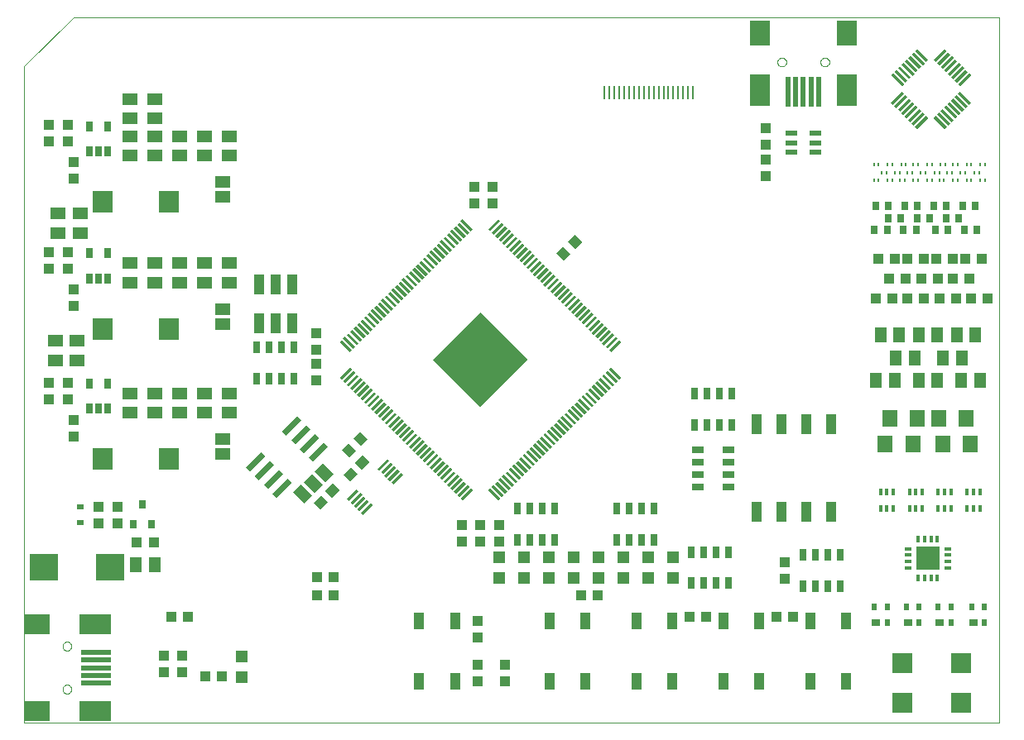
<source format=gtp>
G75*
%MOIN*%
%OFA0B0*%
%FSLAX25Y25*%
%IPPOS*%
%LPD*%
%AMOC8*
5,1,8,0,0,1.08239X$1,22.5*
%
%ADD10C,0.00000*%
%ADD11R,0.03937X0.04331*%
%ADD12R,0.06299X0.05118*%
%ADD13R,0.04331X0.03937*%
%ADD14R,0.05118X0.06299*%
%ADD15R,0.11614X0.10630*%
%ADD16R,0.03150X0.02362*%
%ADD17R,0.04921X0.01969*%
%ADD18R,0.05807X0.01181*%
%ADD19R,0.26969X0.26969*%
%ADD20R,0.07874X0.08661*%
%ADD21R,0.04724X0.04724*%
%ADD22R,0.03150X0.03543*%
%ADD23R,0.03150X0.05118*%
%ADD24R,0.04331X0.07087*%
%ADD25R,0.04300X0.07900*%
%ADD26R,0.04600X0.06300*%
%ADD27R,0.06300X0.04600*%
%ADD28R,0.02756X0.03937*%
%ADD29R,0.02362X0.08661*%
%ADD30R,0.05512X0.01181*%
%ADD31R,0.07874X0.09843*%
%ADD32R,0.07874X0.12992*%
%ADD33R,0.01969X0.12205*%
%ADD34R,0.00700X0.05200*%
%ADD35R,0.05118X0.03150*%
%ADD36R,0.04331X0.07874*%
%ADD37R,0.09843X0.07874*%
%ADD38R,0.12992X0.07874*%
%ADD39R,0.12205X0.01969*%
%ADD40R,0.01181X0.06299*%
%ADD41R,0.06299X0.01181*%
%ADD42R,0.00984X0.01378*%
%ADD43R,0.02756X0.03543*%
%ADD44R,0.05118X0.05906*%
%ADD45R,0.06299X0.07087*%
%ADD46R,0.01378X0.03150*%
%ADD47R,0.09252X0.09252*%
%ADD48R,0.02953X0.01181*%
%ADD49R,0.01181X0.02953*%
%ADD50R,0.03543X0.03150*%
%ADD51R,0.02362X0.03150*%
%ADD52R,0.07874X0.07874*%
D10*
X0007350Y0002825D02*
X0007350Y0267340D01*
X0027035Y0287025D01*
X0399962Y0287025D01*
X0399962Y0002825D01*
X0007350Y0002825D01*
X0022728Y0016214D02*
X0022730Y0016298D01*
X0022736Y0016381D01*
X0022746Y0016464D01*
X0022760Y0016547D01*
X0022777Y0016629D01*
X0022799Y0016710D01*
X0022824Y0016789D01*
X0022853Y0016868D01*
X0022886Y0016945D01*
X0022922Y0017020D01*
X0022962Y0017094D01*
X0023005Y0017166D01*
X0023052Y0017235D01*
X0023102Y0017302D01*
X0023155Y0017367D01*
X0023211Y0017429D01*
X0023269Y0017489D01*
X0023331Y0017546D01*
X0023395Y0017599D01*
X0023462Y0017650D01*
X0023531Y0017697D01*
X0023602Y0017742D01*
X0023675Y0017782D01*
X0023750Y0017819D01*
X0023827Y0017853D01*
X0023905Y0017883D01*
X0023984Y0017909D01*
X0024065Y0017932D01*
X0024147Y0017950D01*
X0024229Y0017965D01*
X0024312Y0017976D01*
X0024395Y0017983D01*
X0024479Y0017986D01*
X0024563Y0017985D01*
X0024646Y0017980D01*
X0024730Y0017971D01*
X0024812Y0017958D01*
X0024894Y0017942D01*
X0024975Y0017921D01*
X0025056Y0017897D01*
X0025134Y0017869D01*
X0025212Y0017837D01*
X0025288Y0017801D01*
X0025362Y0017762D01*
X0025434Y0017720D01*
X0025504Y0017674D01*
X0025572Y0017625D01*
X0025637Y0017573D01*
X0025700Y0017518D01*
X0025760Y0017460D01*
X0025818Y0017399D01*
X0025872Y0017335D01*
X0025924Y0017269D01*
X0025972Y0017201D01*
X0026017Y0017130D01*
X0026058Y0017057D01*
X0026097Y0016983D01*
X0026131Y0016907D01*
X0026162Y0016829D01*
X0026189Y0016750D01*
X0026213Y0016669D01*
X0026232Y0016588D01*
X0026248Y0016506D01*
X0026260Y0016423D01*
X0026268Y0016339D01*
X0026272Y0016256D01*
X0026272Y0016172D01*
X0026268Y0016089D01*
X0026260Y0016005D01*
X0026248Y0015922D01*
X0026232Y0015840D01*
X0026213Y0015759D01*
X0026189Y0015678D01*
X0026162Y0015599D01*
X0026131Y0015521D01*
X0026097Y0015445D01*
X0026058Y0015371D01*
X0026017Y0015298D01*
X0025972Y0015227D01*
X0025924Y0015159D01*
X0025872Y0015093D01*
X0025818Y0015029D01*
X0025760Y0014968D01*
X0025700Y0014910D01*
X0025637Y0014855D01*
X0025572Y0014803D01*
X0025504Y0014754D01*
X0025434Y0014708D01*
X0025362Y0014666D01*
X0025288Y0014627D01*
X0025212Y0014591D01*
X0025134Y0014559D01*
X0025056Y0014531D01*
X0024975Y0014507D01*
X0024894Y0014486D01*
X0024812Y0014470D01*
X0024730Y0014457D01*
X0024646Y0014448D01*
X0024563Y0014443D01*
X0024479Y0014442D01*
X0024395Y0014445D01*
X0024312Y0014452D01*
X0024229Y0014463D01*
X0024147Y0014478D01*
X0024065Y0014496D01*
X0023984Y0014519D01*
X0023905Y0014545D01*
X0023827Y0014575D01*
X0023750Y0014609D01*
X0023675Y0014646D01*
X0023602Y0014686D01*
X0023531Y0014731D01*
X0023462Y0014778D01*
X0023395Y0014829D01*
X0023331Y0014882D01*
X0023269Y0014939D01*
X0023211Y0014999D01*
X0023155Y0015061D01*
X0023102Y0015126D01*
X0023052Y0015193D01*
X0023005Y0015262D01*
X0022962Y0015334D01*
X0022922Y0015408D01*
X0022886Y0015483D01*
X0022853Y0015560D01*
X0022824Y0015639D01*
X0022799Y0015718D01*
X0022777Y0015799D01*
X0022760Y0015881D01*
X0022746Y0015964D01*
X0022736Y0016047D01*
X0022730Y0016130D01*
X0022728Y0016214D01*
X0022728Y0033536D02*
X0022730Y0033620D01*
X0022736Y0033703D01*
X0022746Y0033786D01*
X0022760Y0033869D01*
X0022777Y0033951D01*
X0022799Y0034032D01*
X0022824Y0034111D01*
X0022853Y0034190D01*
X0022886Y0034267D01*
X0022922Y0034342D01*
X0022962Y0034416D01*
X0023005Y0034488D01*
X0023052Y0034557D01*
X0023102Y0034624D01*
X0023155Y0034689D01*
X0023211Y0034751D01*
X0023269Y0034811D01*
X0023331Y0034868D01*
X0023395Y0034921D01*
X0023462Y0034972D01*
X0023531Y0035019D01*
X0023602Y0035064D01*
X0023675Y0035104D01*
X0023750Y0035141D01*
X0023827Y0035175D01*
X0023905Y0035205D01*
X0023984Y0035231D01*
X0024065Y0035254D01*
X0024147Y0035272D01*
X0024229Y0035287D01*
X0024312Y0035298D01*
X0024395Y0035305D01*
X0024479Y0035308D01*
X0024563Y0035307D01*
X0024646Y0035302D01*
X0024730Y0035293D01*
X0024812Y0035280D01*
X0024894Y0035264D01*
X0024975Y0035243D01*
X0025056Y0035219D01*
X0025134Y0035191D01*
X0025212Y0035159D01*
X0025288Y0035123D01*
X0025362Y0035084D01*
X0025434Y0035042D01*
X0025504Y0034996D01*
X0025572Y0034947D01*
X0025637Y0034895D01*
X0025700Y0034840D01*
X0025760Y0034782D01*
X0025818Y0034721D01*
X0025872Y0034657D01*
X0025924Y0034591D01*
X0025972Y0034523D01*
X0026017Y0034452D01*
X0026058Y0034379D01*
X0026097Y0034305D01*
X0026131Y0034229D01*
X0026162Y0034151D01*
X0026189Y0034072D01*
X0026213Y0033991D01*
X0026232Y0033910D01*
X0026248Y0033828D01*
X0026260Y0033745D01*
X0026268Y0033661D01*
X0026272Y0033578D01*
X0026272Y0033494D01*
X0026268Y0033411D01*
X0026260Y0033327D01*
X0026248Y0033244D01*
X0026232Y0033162D01*
X0026213Y0033081D01*
X0026189Y0033000D01*
X0026162Y0032921D01*
X0026131Y0032843D01*
X0026097Y0032767D01*
X0026058Y0032693D01*
X0026017Y0032620D01*
X0025972Y0032549D01*
X0025924Y0032481D01*
X0025872Y0032415D01*
X0025818Y0032351D01*
X0025760Y0032290D01*
X0025700Y0032232D01*
X0025637Y0032177D01*
X0025572Y0032125D01*
X0025504Y0032076D01*
X0025434Y0032030D01*
X0025362Y0031988D01*
X0025288Y0031949D01*
X0025212Y0031913D01*
X0025134Y0031881D01*
X0025056Y0031853D01*
X0024975Y0031829D01*
X0024894Y0031808D01*
X0024812Y0031792D01*
X0024730Y0031779D01*
X0024646Y0031770D01*
X0024563Y0031765D01*
X0024479Y0031764D01*
X0024395Y0031767D01*
X0024312Y0031774D01*
X0024229Y0031785D01*
X0024147Y0031800D01*
X0024065Y0031818D01*
X0023984Y0031841D01*
X0023905Y0031867D01*
X0023827Y0031897D01*
X0023750Y0031931D01*
X0023675Y0031968D01*
X0023602Y0032008D01*
X0023531Y0032053D01*
X0023462Y0032100D01*
X0023395Y0032151D01*
X0023331Y0032204D01*
X0023269Y0032261D01*
X0023211Y0032321D01*
X0023155Y0032383D01*
X0023102Y0032448D01*
X0023052Y0032515D01*
X0023005Y0032584D01*
X0022962Y0032656D01*
X0022922Y0032730D01*
X0022886Y0032805D01*
X0022853Y0032882D01*
X0022824Y0032961D01*
X0022799Y0033040D01*
X0022777Y0033121D01*
X0022760Y0033203D01*
X0022746Y0033286D01*
X0022736Y0033369D01*
X0022730Y0033452D01*
X0022728Y0033536D01*
X0310592Y0269025D02*
X0310594Y0269109D01*
X0310600Y0269192D01*
X0310610Y0269275D01*
X0310624Y0269358D01*
X0310641Y0269440D01*
X0310663Y0269521D01*
X0310688Y0269600D01*
X0310717Y0269679D01*
X0310750Y0269756D01*
X0310786Y0269831D01*
X0310826Y0269905D01*
X0310869Y0269977D01*
X0310916Y0270046D01*
X0310966Y0270113D01*
X0311019Y0270178D01*
X0311075Y0270240D01*
X0311133Y0270300D01*
X0311195Y0270357D01*
X0311259Y0270410D01*
X0311326Y0270461D01*
X0311395Y0270508D01*
X0311466Y0270553D01*
X0311539Y0270593D01*
X0311614Y0270630D01*
X0311691Y0270664D01*
X0311769Y0270694D01*
X0311848Y0270720D01*
X0311929Y0270743D01*
X0312011Y0270761D01*
X0312093Y0270776D01*
X0312176Y0270787D01*
X0312259Y0270794D01*
X0312343Y0270797D01*
X0312427Y0270796D01*
X0312510Y0270791D01*
X0312594Y0270782D01*
X0312676Y0270769D01*
X0312758Y0270753D01*
X0312839Y0270732D01*
X0312920Y0270708D01*
X0312998Y0270680D01*
X0313076Y0270648D01*
X0313152Y0270612D01*
X0313226Y0270573D01*
X0313298Y0270531D01*
X0313368Y0270485D01*
X0313436Y0270436D01*
X0313501Y0270384D01*
X0313564Y0270329D01*
X0313624Y0270271D01*
X0313682Y0270210D01*
X0313736Y0270146D01*
X0313788Y0270080D01*
X0313836Y0270012D01*
X0313881Y0269941D01*
X0313922Y0269868D01*
X0313961Y0269794D01*
X0313995Y0269718D01*
X0314026Y0269640D01*
X0314053Y0269561D01*
X0314077Y0269480D01*
X0314096Y0269399D01*
X0314112Y0269317D01*
X0314124Y0269234D01*
X0314132Y0269150D01*
X0314136Y0269067D01*
X0314136Y0268983D01*
X0314132Y0268900D01*
X0314124Y0268816D01*
X0314112Y0268733D01*
X0314096Y0268651D01*
X0314077Y0268570D01*
X0314053Y0268489D01*
X0314026Y0268410D01*
X0313995Y0268332D01*
X0313961Y0268256D01*
X0313922Y0268182D01*
X0313881Y0268109D01*
X0313836Y0268038D01*
X0313788Y0267970D01*
X0313736Y0267904D01*
X0313682Y0267840D01*
X0313624Y0267779D01*
X0313564Y0267721D01*
X0313501Y0267666D01*
X0313436Y0267614D01*
X0313368Y0267565D01*
X0313298Y0267519D01*
X0313226Y0267477D01*
X0313152Y0267438D01*
X0313076Y0267402D01*
X0312998Y0267370D01*
X0312920Y0267342D01*
X0312839Y0267318D01*
X0312758Y0267297D01*
X0312676Y0267281D01*
X0312594Y0267268D01*
X0312510Y0267259D01*
X0312427Y0267254D01*
X0312343Y0267253D01*
X0312259Y0267256D01*
X0312176Y0267263D01*
X0312093Y0267274D01*
X0312011Y0267289D01*
X0311929Y0267307D01*
X0311848Y0267330D01*
X0311769Y0267356D01*
X0311691Y0267386D01*
X0311614Y0267420D01*
X0311539Y0267457D01*
X0311466Y0267497D01*
X0311395Y0267542D01*
X0311326Y0267589D01*
X0311259Y0267640D01*
X0311195Y0267693D01*
X0311133Y0267750D01*
X0311075Y0267810D01*
X0311019Y0267872D01*
X0310966Y0267937D01*
X0310916Y0268004D01*
X0310869Y0268073D01*
X0310826Y0268145D01*
X0310786Y0268219D01*
X0310750Y0268294D01*
X0310717Y0268371D01*
X0310688Y0268450D01*
X0310663Y0268529D01*
X0310641Y0268610D01*
X0310624Y0268692D01*
X0310610Y0268775D01*
X0310600Y0268858D01*
X0310594Y0268941D01*
X0310592Y0269025D01*
X0327914Y0269025D02*
X0327916Y0269109D01*
X0327922Y0269192D01*
X0327932Y0269275D01*
X0327946Y0269358D01*
X0327963Y0269440D01*
X0327985Y0269521D01*
X0328010Y0269600D01*
X0328039Y0269679D01*
X0328072Y0269756D01*
X0328108Y0269831D01*
X0328148Y0269905D01*
X0328191Y0269977D01*
X0328238Y0270046D01*
X0328288Y0270113D01*
X0328341Y0270178D01*
X0328397Y0270240D01*
X0328455Y0270300D01*
X0328517Y0270357D01*
X0328581Y0270410D01*
X0328648Y0270461D01*
X0328717Y0270508D01*
X0328788Y0270553D01*
X0328861Y0270593D01*
X0328936Y0270630D01*
X0329013Y0270664D01*
X0329091Y0270694D01*
X0329170Y0270720D01*
X0329251Y0270743D01*
X0329333Y0270761D01*
X0329415Y0270776D01*
X0329498Y0270787D01*
X0329581Y0270794D01*
X0329665Y0270797D01*
X0329749Y0270796D01*
X0329832Y0270791D01*
X0329916Y0270782D01*
X0329998Y0270769D01*
X0330080Y0270753D01*
X0330161Y0270732D01*
X0330242Y0270708D01*
X0330320Y0270680D01*
X0330398Y0270648D01*
X0330474Y0270612D01*
X0330548Y0270573D01*
X0330620Y0270531D01*
X0330690Y0270485D01*
X0330758Y0270436D01*
X0330823Y0270384D01*
X0330886Y0270329D01*
X0330946Y0270271D01*
X0331004Y0270210D01*
X0331058Y0270146D01*
X0331110Y0270080D01*
X0331158Y0270012D01*
X0331203Y0269941D01*
X0331244Y0269868D01*
X0331283Y0269794D01*
X0331317Y0269718D01*
X0331348Y0269640D01*
X0331375Y0269561D01*
X0331399Y0269480D01*
X0331418Y0269399D01*
X0331434Y0269317D01*
X0331446Y0269234D01*
X0331454Y0269150D01*
X0331458Y0269067D01*
X0331458Y0268983D01*
X0331454Y0268900D01*
X0331446Y0268816D01*
X0331434Y0268733D01*
X0331418Y0268651D01*
X0331399Y0268570D01*
X0331375Y0268489D01*
X0331348Y0268410D01*
X0331317Y0268332D01*
X0331283Y0268256D01*
X0331244Y0268182D01*
X0331203Y0268109D01*
X0331158Y0268038D01*
X0331110Y0267970D01*
X0331058Y0267904D01*
X0331004Y0267840D01*
X0330946Y0267779D01*
X0330886Y0267721D01*
X0330823Y0267666D01*
X0330758Y0267614D01*
X0330690Y0267565D01*
X0330620Y0267519D01*
X0330548Y0267477D01*
X0330474Y0267438D01*
X0330398Y0267402D01*
X0330320Y0267370D01*
X0330242Y0267342D01*
X0330161Y0267318D01*
X0330080Y0267297D01*
X0329998Y0267281D01*
X0329916Y0267268D01*
X0329832Y0267259D01*
X0329749Y0267254D01*
X0329665Y0267253D01*
X0329581Y0267256D01*
X0329498Y0267263D01*
X0329415Y0267274D01*
X0329333Y0267289D01*
X0329251Y0267307D01*
X0329170Y0267330D01*
X0329091Y0267356D01*
X0329013Y0267386D01*
X0328936Y0267420D01*
X0328861Y0267457D01*
X0328788Y0267497D01*
X0328717Y0267542D01*
X0328648Y0267589D01*
X0328581Y0267640D01*
X0328517Y0267693D01*
X0328455Y0267750D01*
X0328397Y0267810D01*
X0328341Y0267872D01*
X0328288Y0267937D01*
X0328238Y0268004D01*
X0328191Y0268073D01*
X0328148Y0268145D01*
X0328108Y0268219D01*
X0328072Y0268294D01*
X0328039Y0268371D01*
X0328010Y0268450D01*
X0327985Y0268529D01*
X0327963Y0268610D01*
X0327946Y0268692D01*
X0327932Y0268775D01*
X0327922Y0268858D01*
X0327916Y0268941D01*
X0327914Y0269025D01*
D11*
G36*
X0232072Y0196404D02*
X0229289Y0193621D01*
X0226228Y0196682D01*
X0229011Y0199465D01*
X0232072Y0196404D01*
G37*
G36*
X0227339Y0191671D02*
X0224556Y0188888D01*
X0221495Y0191949D01*
X0224278Y0194732D01*
X0227339Y0191671D01*
G37*
X0196025Y0211929D03*
X0188525Y0211929D03*
X0188525Y0218621D03*
X0196025Y0218621D03*
X0124775Y0159871D03*
X0124775Y0153179D03*
X0124775Y0147371D03*
X0124775Y0140679D03*
G36*
X0145633Y0117073D02*
X0142850Y0114290D01*
X0139789Y0117351D01*
X0142572Y0120134D01*
X0145633Y0117073D01*
G37*
G36*
X0140900Y0112341D02*
X0138117Y0109558D01*
X0135056Y0112619D01*
X0137839Y0115402D01*
X0140900Y0112341D01*
G37*
X0183525Y0082371D03*
X0191025Y0082371D03*
X0198525Y0082371D03*
X0198525Y0075679D03*
X0191025Y0075679D03*
X0183525Y0075679D03*
X0131871Y0061525D03*
X0125179Y0061525D03*
X0125179Y0054025D03*
X0131871Y0054025D03*
X0086871Y0021525D03*
X0080179Y0021525D03*
X0071025Y0023179D03*
X0063525Y0023179D03*
X0063525Y0029871D03*
X0071025Y0029871D03*
X0073121Y0045275D03*
X0066429Y0045275D03*
X0044775Y0083179D03*
X0044775Y0089871D03*
X0037275Y0089871D03*
X0037275Y0083179D03*
X0024775Y0133179D03*
X0024775Y0139871D03*
X0024775Y0185679D03*
X0024775Y0192371D03*
X0024775Y0236929D03*
X0024775Y0243621D03*
X0313525Y0067371D03*
X0313525Y0060679D03*
X0189775Y0026121D03*
X0189775Y0019429D03*
D12*
X0089775Y0127588D03*
X0089775Y0135462D03*
X0079775Y0135462D03*
X0069775Y0135462D03*
X0069775Y0127588D03*
X0079775Y0127588D03*
X0059775Y0127588D03*
X0049775Y0127588D03*
X0049775Y0135462D03*
X0059775Y0135462D03*
X0028525Y0148838D03*
X0028525Y0156712D03*
X0019775Y0156712D03*
X0019775Y0148838D03*
X0049775Y0180088D03*
X0049775Y0187962D03*
X0059775Y0187962D03*
X0059775Y0180088D03*
X0069775Y0180088D03*
X0069775Y0187962D03*
X0079775Y0187962D03*
X0079775Y0180088D03*
X0089775Y0180088D03*
X0089775Y0187962D03*
X0089775Y0231338D03*
X0089775Y0239212D03*
X0079775Y0239212D03*
X0069775Y0239212D03*
X0069775Y0231338D03*
X0079775Y0231338D03*
X0059775Y0231338D03*
X0049775Y0231338D03*
X0049775Y0239212D03*
X0049775Y0246338D03*
X0059775Y0246338D03*
X0059775Y0239212D03*
X0059775Y0254212D03*
X0049775Y0254212D03*
X0029775Y0207962D03*
X0029775Y0200088D03*
X0021025Y0200088D03*
X0021025Y0207962D03*
D13*
X0027275Y0221929D03*
X0027275Y0228621D03*
X0017275Y0236929D03*
X0017275Y0243621D03*
X0017275Y0192371D03*
X0017275Y0185679D03*
X0027275Y0177371D03*
X0027275Y0170679D03*
X0017275Y0139871D03*
X0017275Y0133179D03*
X0027275Y0124871D03*
X0027275Y0118179D03*
X0052679Y0075275D03*
X0059371Y0075275D03*
G36*
X0129598Y0091709D02*
X0126537Y0088648D01*
X0123754Y0091431D01*
X0126815Y0094492D01*
X0129598Y0091709D01*
G37*
G36*
X0134331Y0096441D02*
X0131270Y0093380D01*
X0128487Y0096163D01*
X0131548Y0099224D01*
X0134331Y0096441D01*
G37*
G36*
X0135737Y0102770D02*
X0138798Y0105831D01*
X0141581Y0103048D01*
X0138520Y0099987D01*
X0135737Y0102770D01*
G37*
G36*
X0140469Y0107502D02*
X0143530Y0110563D01*
X0146313Y0107780D01*
X0143252Y0104719D01*
X0140469Y0107502D01*
G37*
X0189775Y0043621D03*
X0189775Y0036929D03*
X0201025Y0026121D03*
X0201025Y0019429D03*
X0231429Y0054025D03*
X0238121Y0054025D03*
X0275179Y0045275D03*
X0281871Y0045275D03*
X0310179Y0045275D03*
X0316871Y0045275D03*
X0350066Y0173712D03*
X0356759Y0173712D03*
X0362929Y0173712D03*
X0369621Y0173712D03*
X0375791Y0173712D03*
X0382484Y0173712D03*
X0388654Y0173712D03*
X0395346Y0173712D03*
X0387996Y0181675D03*
X0381304Y0181675D03*
X0375134Y0181675D03*
X0368441Y0181675D03*
X0362271Y0181675D03*
X0355579Y0181675D03*
X0357984Y0189637D03*
X0362929Y0189637D03*
X0369621Y0189637D03*
X0374566Y0189637D03*
X0381259Y0189637D03*
X0386204Y0189637D03*
X0392896Y0189637D03*
X0351291Y0189637D03*
X0306025Y0223179D03*
X0306025Y0229871D03*
X0306025Y0235679D03*
X0306025Y0242371D03*
D14*
X0059962Y0066525D03*
X0052088Y0066525D03*
D15*
X0041812Y0065275D03*
X0015238Y0065275D03*
D16*
X0029775Y0083375D03*
X0029775Y0089675D03*
D17*
X0316104Y0232785D03*
X0316104Y0236525D03*
X0316104Y0240265D03*
X0325946Y0240265D03*
X0325946Y0236525D03*
X0325946Y0232785D03*
D18*
G36*
X0236611Y0167330D02*
X0232507Y0163226D01*
X0231673Y0164060D01*
X0235777Y0168164D01*
X0236611Y0167330D01*
G37*
G36*
X0238003Y0165938D02*
X0233899Y0161834D01*
X0233065Y0162668D01*
X0237169Y0166772D01*
X0238003Y0165938D01*
G37*
G36*
X0239395Y0164546D02*
X0235291Y0160442D01*
X0234457Y0161276D01*
X0238561Y0165380D01*
X0239395Y0164546D01*
G37*
G36*
X0235219Y0168722D02*
X0231115Y0164618D01*
X0230281Y0165452D01*
X0234385Y0169556D01*
X0235219Y0168722D01*
G37*
G36*
X0233827Y0170114D02*
X0229723Y0166010D01*
X0228889Y0166844D01*
X0232993Y0170948D01*
X0233827Y0170114D01*
G37*
G36*
X0232435Y0171506D02*
X0228331Y0167402D01*
X0227497Y0168236D01*
X0231601Y0172340D01*
X0232435Y0171506D01*
G37*
G36*
X0231043Y0172898D02*
X0226939Y0168794D01*
X0226105Y0169628D01*
X0230209Y0173732D01*
X0231043Y0172898D01*
G37*
G36*
X0229651Y0174290D02*
X0225547Y0170186D01*
X0224713Y0171020D01*
X0228817Y0175124D01*
X0229651Y0174290D01*
G37*
G36*
X0228259Y0175682D02*
X0224155Y0171578D01*
X0223321Y0172412D01*
X0227425Y0176516D01*
X0228259Y0175682D01*
G37*
G36*
X0226867Y0177073D02*
X0222763Y0172969D01*
X0221929Y0173803D01*
X0226033Y0177907D01*
X0226867Y0177073D01*
G37*
G36*
X0225475Y0178465D02*
X0221371Y0174361D01*
X0220537Y0175195D01*
X0224641Y0179299D01*
X0225475Y0178465D01*
G37*
G36*
X0224083Y0179857D02*
X0219979Y0175753D01*
X0219145Y0176587D01*
X0223249Y0180691D01*
X0224083Y0179857D01*
G37*
G36*
X0222691Y0181249D02*
X0218587Y0177145D01*
X0217753Y0177979D01*
X0221857Y0182083D01*
X0222691Y0181249D01*
G37*
G36*
X0221299Y0182641D02*
X0217195Y0178537D01*
X0216361Y0179371D01*
X0220465Y0183475D01*
X0221299Y0182641D01*
G37*
G36*
X0219907Y0184033D02*
X0215803Y0179929D01*
X0214969Y0180763D01*
X0219073Y0184867D01*
X0219907Y0184033D01*
G37*
G36*
X0218516Y0185425D02*
X0214412Y0181321D01*
X0213578Y0182155D01*
X0217682Y0186259D01*
X0218516Y0185425D01*
G37*
G36*
X0217124Y0186817D02*
X0213020Y0182713D01*
X0212186Y0183547D01*
X0216290Y0187651D01*
X0217124Y0186817D01*
G37*
G36*
X0215732Y0188209D02*
X0211628Y0184105D01*
X0210794Y0184939D01*
X0214898Y0189043D01*
X0215732Y0188209D01*
G37*
G36*
X0214340Y0189601D02*
X0210236Y0185497D01*
X0209402Y0186331D01*
X0213506Y0190435D01*
X0214340Y0189601D01*
G37*
G36*
X0212948Y0190993D02*
X0208844Y0186889D01*
X0208010Y0187723D01*
X0212114Y0191827D01*
X0212948Y0190993D01*
G37*
G36*
X0211556Y0192385D02*
X0207452Y0188281D01*
X0206618Y0189115D01*
X0210722Y0193219D01*
X0211556Y0192385D01*
G37*
G36*
X0210164Y0193777D02*
X0206060Y0189673D01*
X0205226Y0190507D01*
X0209330Y0194611D01*
X0210164Y0193777D01*
G37*
G36*
X0208772Y0195169D02*
X0204668Y0191065D01*
X0203834Y0191899D01*
X0207938Y0196003D01*
X0208772Y0195169D01*
G37*
G36*
X0207380Y0196561D02*
X0203276Y0192457D01*
X0202442Y0193291D01*
X0206546Y0197395D01*
X0207380Y0196561D01*
G37*
G36*
X0205988Y0197953D02*
X0201884Y0193849D01*
X0201050Y0194683D01*
X0205154Y0198787D01*
X0205988Y0197953D01*
G37*
G36*
X0204596Y0199345D02*
X0200492Y0195241D01*
X0199658Y0196075D01*
X0203762Y0200179D01*
X0204596Y0199345D01*
G37*
G36*
X0203204Y0200737D02*
X0199100Y0196633D01*
X0198266Y0197467D01*
X0202370Y0201571D01*
X0203204Y0200737D01*
G37*
G36*
X0201812Y0202128D02*
X0197708Y0198024D01*
X0196874Y0198858D01*
X0200978Y0202962D01*
X0201812Y0202128D01*
G37*
G36*
X0200420Y0203520D02*
X0196316Y0199416D01*
X0195482Y0200250D01*
X0199586Y0204354D01*
X0200420Y0203520D01*
G37*
G36*
X0199028Y0204912D02*
X0194924Y0200808D01*
X0194090Y0201642D01*
X0198194Y0205746D01*
X0199028Y0204912D01*
G37*
G36*
X0183856Y0205746D02*
X0187960Y0201642D01*
X0187126Y0200808D01*
X0183022Y0204912D01*
X0183856Y0205746D01*
G37*
G36*
X0182464Y0204354D02*
X0186568Y0200250D01*
X0185734Y0199416D01*
X0181630Y0203520D01*
X0182464Y0204354D01*
G37*
G36*
X0181072Y0202962D02*
X0185176Y0198858D01*
X0184342Y0198024D01*
X0180238Y0202128D01*
X0181072Y0202962D01*
G37*
G36*
X0179680Y0201571D02*
X0183784Y0197467D01*
X0182950Y0196633D01*
X0178846Y0200737D01*
X0179680Y0201571D01*
G37*
G36*
X0178288Y0200179D02*
X0182392Y0196075D01*
X0181558Y0195241D01*
X0177454Y0199345D01*
X0178288Y0200179D01*
G37*
G36*
X0176896Y0198787D02*
X0181000Y0194683D01*
X0180166Y0193849D01*
X0176062Y0197953D01*
X0176896Y0198787D01*
G37*
G36*
X0175504Y0197395D02*
X0179608Y0193291D01*
X0178774Y0192457D01*
X0174670Y0196561D01*
X0175504Y0197395D01*
G37*
G36*
X0174112Y0196003D02*
X0178216Y0191899D01*
X0177382Y0191065D01*
X0173278Y0195169D01*
X0174112Y0196003D01*
G37*
G36*
X0172720Y0194611D02*
X0176824Y0190507D01*
X0175990Y0189673D01*
X0171886Y0193777D01*
X0172720Y0194611D01*
G37*
G36*
X0171328Y0193219D02*
X0175432Y0189115D01*
X0174598Y0188281D01*
X0170494Y0192385D01*
X0171328Y0193219D01*
G37*
G36*
X0169936Y0191827D02*
X0174040Y0187723D01*
X0173206Y0186889D01*
X0169102Y0190993D01*
X0169936Y0191827D01*
G37*
G36*
X0168544Y0190435D02*
X0172648Y0186331D01*
X0171814Y0185497D01*
X0167710Y0189601D01*
X0168544Y0190435D01*
G37*
G36*
X0167152Y0189043D02*
X0171256Y0184939D01*
X0170422Y0184105D01*
X0166318Y0188209D01*
X0167152Y0189043D01*
G37*
G36*
X0165760Y0187651D02*
X0169864Y0183547D01*
X0169030Y0182713D01*
X0164926Y0186817D01*
X0165760Y0187651D01*
G37*
G36*
X0164368Y0186259D02*
X0168472Y0182155D01*
X0167638Y0181321D01*
X0163534Y0185425D01*
X0164368Y0186259D01*
G37*
G36*
X0162976Y0184867D02*
X0167080Y0180763D01*
X0166246Y0179929D01*
X0162142Y0184033D01*
X0162976Y0184867D01*
G37*
G36*
X0161585Y0183475D02*
X0165689Y0179371D01*
X0164855Y0178537D01*
X0160751Y0182641D01*
X0161585Y0183475D01*
G37*
G36*
X0160193Y0182083D02*
X0164297Y0177979D01*
X0163463Y0177145D01*
X0159359Y0181249D01*
X0160193Y0182083D01*
G37*
G36*
X0158801Y0180691D02*
X0162905Y0176587D01*
X0162071Y0175753D01*
X0157967Y0179857D01*
X0158801Y0180691D01*
G37*
G36*
X0157409Y0179299D02*
X0161513Y0175195D01*
X0160679Y0174361D01*
X0156575Y0178465D01*
X0157409Y0179299D01*
G37*
G36*
X0156017Y0177907D02*
X0160121Y0173803D01*
X0159287Y0172969D01*
X0155183Y0177073D01*
X0156017Y0177907D01*
G37*
G36*
X0154625Y0176516D02*
X0158729Y0172412D01*
X0157895Y0171578D01*
X0153791Y0175682D01*
X0154625Y0176516D01*
G37*
G36*
X0153233Y0175124D02*
X0157337Y0171020D01*
X0156503Y0170186D01*
X0152399Y0174290D01*
X0153233Y0175124D01*
G37*
G36*
X0151841Y0173732D02*
X0155945Y0169628D01*
X0155111Y0168794D01*
X0151007Y0172898D01*
X0151841Y0173732D01*
G37*
G36*
X0150449Y0172340D02*
X0154553Y0168236D01*
X0153719Y0167402D01*
X0149615Y0171506D01*
X0150449Y0172340D01*
G37*
G36*
X0149057Y0170948D02*
X0153161Y0166844D01*
X0152327Y0166010D01*
X0148223Y0170114D01*
X0149057Y0170948D01*
G37*
G36*
X0147665Y0169556D02*
X0151769Y0165452D01*
X0150935Y0164618D01*
X0146831Y0168722D01*
X0147665Y0169556D01*
G37*
G36*
X0146273Y0168164D02*
X0150377Y0164060D01*
X0149543Y0163226D01*
X0145439Y0167330D01*
X0146273Y0168164D01*
G37*
G36*
X0144881Y0166772D02*
X0148985Y0162668D01*
X0148151Y0161834D01*
X0144047Y0165938D01*
X0144881Y0166772D01*
G37*
G36*
X0143489Y0165380D02*
X0147593Y0161276D01*
X0146759Y0160442D01*
X0142655Y0164546D01*
X0143489Y0165380D01*
G37*
G36*
X0142097Y0163988D02*
X0146201Y0159884D01*
X0145367Y0159050D01*
X0141263Y0163154D01*
X0142097Y0163988D01*
G37*
G36*
X0140705Y0162596D02*
X0144809Y0158492D01*
X0143975Y0157658D01*
X0139871Y0161762D01*
X0140705Y0162596D01*
G37*
G36*
X0139313Y0161204D02*
X0143417Y0157100D01*
X0142583Y0156266D01*
X0138479Y0160370D01*
X0139313Y0161204D01*
G37*
G36*
X0137922Y0159812D02*
X0142026Y0155708D01*
X0141192Y0154874D01*
X0137088Y0158978D01*
X0137922Y0159812D01*
G37*
G36*
X0136530Y0158420D02*
X0140634Y0154316D01*
X0139800Y0153482D01*
X0135696Y0157586D01*
X0136530Y0158420D01*
G37*
G36*
X0135138Y0157028D02*
X0139242Y0152924D01*
X0138408Y0152090D01*
X0134304Y0156194D01*
X0135138Y0157028D01*
G37*
G36*
X0139242Y0145126D02*
X0135138Y0141022D01*
X0134304Y0141856D01*
X0138408Y0145960D01*
X0139242Y0145126D01*
G37*
G36*
X0140634Y0143734D02*
X0136530Y0139630D01*
X0135696Y0140464D01*
X0139800Y0144568D01*
X0140634Y0143734D01*
G37*
G36*
X0142026Y0142342D02*
X0137922Y0138238D01*
X0137088Y0139072D01*
X0141192Y0143176D01*
X0142026Y0142342D01*
G37*
G36*
X0143417Y0140950D02*
X0139313Y0136846D01*
X0138479Y0137680D01*
X0142583Y0141784D01*
X0143417Y0140950D01*
G37*
G36*
X0144809Y0139558D02*
X0140705Y0135454D01*
X0139871Y0136288D01*
X0143975Y0140392D01*
X0144809Y0139558D01*
G37*
G36*
X0146201Y0138166D02*
X0142097Y0134062D01*
X0141263Y0134896D01*
X0145367Y0139000D01*
X0146201Y0138166D01*
G37*
G36*
X0147593Y0136774D02*
X0143489Y0132670D01*
X0142655Y0133504D01*
X0146759Y0137608D01*
X0147593Y0136774D01*
G37*
G36*
X0148985Y0135382D02*
X0144881Y0131278D01*
X0144047Y0132112D01*
X0148151Y0136216D01*
X0148985Y0135382D01*
G37*
G36*
X0150377Y0133990D02*
X0146273Y0129886D01*
X0145439Y0130720D01*
X0149543Y0134824D01*
X0150377Y0133990D01*
G37*
G36*
X0151769Y0132598D02*
X0147665Y0128494D01*
X0146831Y0129328D01*
X0150935Y0133432D01*
X0151769Y0132598D01*
G37*
G36*
X0153161Y0131206D02*
X0149057Y0127102D01*
X0148223Y0127936D01*
X0152327Y0132040D01*
X0153161Y0131206D01*
G37*
G36*
X0154553Y0129814D02*
X0150449Y0125710D01*
X0149615Y0126544D01*
X0153719Y0130648D01*
X0154553Y0129814D01*
G37*
G36*
X0155945Y0128422D02*
X0151841Y0124318D01*
X0151007Y0125152D01*
X0155111Y0129256D01*
X0155945Y0128422D01*
G37*
G36*
X0157337Y0127030D02*
X0153233Y0122926D01*
X0152399Y0123760D01*
X0156503Y0127864D01*
X0157337Y0127030D01*
G37*
G36*
X0158729Y0125638D02*
X0154625Y0121534D01*
X0153791Y0122368D01*
X0157895Y0126472D01*
X0158729Y0125638D01*
G37*
G36*
X0160121Y0124246D02*
X0156017Y0120142D01*
X0155183Y0120976D01*
X0159287Y0125080D01*
X0160121Y0124246D01*
G37*
G36*
X0161513Y0122855D02*
X0157409Y0118751D01*
X0156575Y0119585D01*
X0160679Y0123689D01*
X0161513Y0122855D01*
G37*
G36*
X0162905Y0121463D02*
X0158801Y0117359D01*
X0157967Y0118193D01*
X0162071Y0122297D01*
X0162905Y0121463D01*
G37*
G36*
X0164297Y0120071D02*
X0160193Y0115967D01*
X0159359Y0116801D01*
X0163463Y0120905D01*
X0164297Y0120071D01*
G37*
G36*
X0165689Y0118679D02*
X0161585Y0114575D01*
X0160751Y0115409D01*
X0164855Y0119513D01*
X0165689Y0118679D01*
G37*
G36*
X0167080Y0117287D02*
X0162976Y0113183D01*
X0162142Y0114017D01*
X0166246Y0118121D01*
X0167080Y0117287D01*
G37*
G36*
X0168472Y0115895D02*
X0164368Y0111791D01*
X0163534Y0112625D01*
X0167638Y0116729D01*
X0168472Y0115895D01*
G37*
G36*
X0169864Y0114503D02*
X0165760Y0110399D01*
X0164926Y0111233D01*
X0169030Y0115337D01*
X0169864Y0114503D01*
G37*
G36*
X0171256Y0113111D02*
X0167152Y0109007D01*
X0166318Y0109841D01*
X0170422Y0113945D01*
X0171256Y0113111D01*
G37*
G36*
X0172648Y0111719D02*
X0168544Y0107615D01*
X0167710Y0108449D01*
X0171814Y0112553D01*
X0172648Y0111719D01*
G37*
G36*
X0174040Y0110327D02*
X0169936Y0106223D01*
X0169102Y0107057D01*
X0173206Y0111161D01*
X0174040Y0110327D01*
G37*
G36*
X0175432Y0108935D02*
X0171328Y0104831D01*
X0170494Y0105665D01*
X0174598Y0109769D01*
X0175432Y0108935D01*
G37*
G36*
X0176824Y0107543D02*
X0172720Y0103439D01*
X0171886Y0104273D01*
X0175990Y0108377D01*
X0176824Y0107543D01*
G37*
G36*
X0178216Y0106151D02*
X0174112Y0102047D01*
X0173278Y0102881D01*
X0177382Y0106985D01*
X0178216Y0106151D01*
G37*
G36*
X0179608Y0104759D02*
X0175504Y0100655D01*
X0174670Y0101489D01*
X0178774Y0105593D01*
X0179608Y0104759D01*
G37*
G36*
X0181000Y0103367D02*
X0176896Y0099263D01*
X0176062Y0100097D01*
X0180166Y0104201D01*
X0181000Y0103367D01*
G37*
G36*
X0182392Y0101975D02*
X0178288Y0097871D01*
X0177454Y0098705D01*
X0181558Y0102809D01*
X0182392Y0101975D01*
G37*
G36*
X0183784Y0100583D02*
X0179680Y0096479D01*
X0178846Y0097313D01*
X0182950Y0101417D01*
X0183784Y0100583D01*
G37*
G36*
X0185176Y0099192D02*
X0181072Y0095088D01*
X0180238Y0095922D01*
X0184342Y0100026D01*
X0185176Y0099192D01*
G37*
G36*
X0186568Y0097800D02*
X0182464Y0093696D01*
X0181630Y0094530D01*
X0185734Y0098634D01*
X0186568Y0097800D01*
G37*
G36*
X0187960Y0096408D02*
X0183856Y0092304D01*
X0183022Y0093138D01*
X0187126Y0097242D01*
X0187960Y0096408D01*
G37*
G36*
X0194924Y0097242D02*
X0199028Y0093138D01*
X0198194Y0092304D01*
X0194090Y0096408D01*
X0194924Y0097242D01*
G37*
G36*
X0196316Y0098634D02*
X0200420Y0094530D01*
X0199586Y0093696D01*
X0195482Y0097800D01*
X0196316Y0098634D01*
G37*
G36*
X0197708Y0100026D02*
X0201812Y0095922D01*
X0200978Y0095088D01*
X0196874Y0099192D01*
X0197708Y0100026D01*
G37*
G36*
X0199100Y0101417D02*
X0203204Y0097313D01*
X0202370Y0096479D01*
X0198266Y0100583D01*
X0199100Y0101417D01*
G37*
G36*
X0200492Y0102809D02*
X0204596Y0098705D01*
X0203762Y0097871D01*
X0199658Y0101975D01*
X0200492Y0102809D01*
G37*
G36*
X0201884Y0104201D02*
X0205988Y0100097D01*
X0205154Y0099263D01*
X0201050Y0103367D01*
X0201884Y0104201D01*
G37*
G36*
X0203276Y0105593D02*
X0207380Y0101489D01*
X0206546Y0100655D01*
X0202442Y0104759D01*
X0203276Y0105593D01*
G37*
G36*
X0204668Y0106985D02*
X0208772Y0102881D01*
X0207938Y0102047D01*
X0203834Y0106151D01*
X0204668Y0106985D01*
G37*
G36*
X0206060Y0108377D02*
X0210164Y0104273D01*
X0209330Y0103439D01*
X0205226Y0107543D01*
X0206060Y0108377D01*
G37*
G36*
X0207452Y0109769D02*
X0211556Y0105665D01*
X0210722Y0104831D01*
X0206618Y0108935D01*
X0207452Y0109769D01*
G37*
G36*
X0208844Y0111161D02*
X0212948Y0107057D01*
X0212114Y0106223D01*
X0208010Y0110327D01*
X0208844Y0111161D01*
G37*
G36*
X0210236Y0112553D02*
X0214340Y0108449D01*
X0213506Y0107615D01*
X0209402Y0111719D01*
X0210236Y0112553D01*
G37*
G36*
X0211628Y0113945D02*
X0215732Y0109841D01*
X0214898Y0109007D01*
X0210794Y0113111D01*
X0211628Y0113945D01*
G37*
G36*
X0213020Y0115337D02*
X0217124Y0111233D01*
X0216290Y0110399D01*
X0212186Y0114503D01*
X0213020Y0115337D01*
G37*
G36*
X0214412Y0116729D02*
X0218516Y0112625D01*
X0217682Y0111791D01*
X0213578Y0115895D01*
X0214412Y0116729D01*
G37*
G36*
X0215803Y0118121D02*
X0219907Y0114017D01*
X0219073Y0113183D01*
X0214969Y0117287D01*
X0215803Y0118121D01*
G37*
G36*
X0217195Y0119513D02*
X0221299Y0115409D01*
X0220465Y0114575D01*
X0216361Y0118679D01*
X0217195Y0119513D01*
G37*
G36*
X0218587Y0120905D02*
X0222691Y0116801D01*
X0221857Y0115967D01*
X0217753Y0120071D01*
X0218587Y0120905D01*
G37*
G36*
X0219979Y0122297D02*
X0224083Y0118193D01*
X0223249Y0117359D01*
X0219145Y0121463D01*
X0219979Y0122297D01*
G37*
G36*
X0221371Y0123689D02*
X0225475Y0119585D01*
X0224641Y0118751D01*
X0220537Y0122855D01*
X0221371Y0123689D01*
G37*
G36*
X0222763Y0125080D02*
X0226867Y0120976D01*
X0226033Y0120142D01*
X0221929Y0124246D01*
X0222763Y0125080D01*
G37*
G36*
X0224155Y0126472D02*
X0228259Y0122368D01*
X0227425Y0121534D01*
X0223321Y0125638D01*
X0224155Y0126472D01*
G37*
G36*
X0225547Y0127864D02*
X0229651Y0123760D01*
X0228817Y0122926D01*
X0224713Y0127030D01*
X0225547Y0127864D01*
G37*
G36*
X0226939Y0129256D02*
X0231043Y0125152D01*
X0230209Y0124318D01*
X0226105Y0128422D01*
X0226939Y0129256D01*
G37*
G36*
X0228331Y0130648D02*
X0232435Y0126544D01*
X0231601Y0125710D01*
X0227497Y0129814D01*
X0228331Y0130648D01*
G37*
G36*
X0229723Y0132040D02*
X0233827Y0127936D01*
X0232993Y0127102D01*
X0228889Y0131206D01*
X0229723Y0132040D01*
G37*
G36*
X0231115Y0133432D02*
X0235219Y0129328D01*
X0234385Y0128494D01*
X0230281Y0132598D01*
X0231115Y0133432D01*
G37*
G36*
X0232507Y0134824D02*
X0236611Y0130720D01*
X0235777Y0129886D01*
X0231673Y0133990D01*
X0232507Y0134824D01*
G37*
G36*
X0233899Y0136216D02*
X0238003Y0132112D01*
X0237169Y0131278D01*
X0233065Y0135382D01*
X0233899Y0136216D01*
G37*
G36*
X0235291Y0137608D02*
X0239395Y0133504D01*
X0238561Y0132670D01*
X0234457Y0136774D01*
X0235291Y0137608D01*
G37*
G36*
X0236683Y0139000D02*
X0240787Y0134896D01*
X0239953Y0134062D01*
X0235849Y0138166D01*
X0236683Y0139000D01*
G37*
G36*
X0238075Y0140392D02*
X0242179Y0136288D01*
X0241345Y0135454D01*
X0237241Y0139558D01*
X0238075Y0140392D01*
G37*
G36*
X0239467Y0141784D02*
X0243571Y0137680D01*
X0242737Y0136846D01*
X0238633Y0140950D01*
X0239467Y0141784D01*
G37*
G36*
X0240858Y0143176D02*
X0244962Y0139072D01*
X0244128Y0138238D01*
X0240024Y0142342D01*
X0240858Y0143176D01*
G37*
G36*
X0242250Y0144568D02*
X0246354Y0140464D01*
X0245520Y0139630D01*
X0241416Y0143734D01*
X0242250Y0144568D01*
G37*
G36*
X0243642Y0145960D02*
X0247746Y0141856D01*
X0246912Y0141022D01*
X0242808Y0145126D01*
X0243642Y0145960D01*
G37*
G36*
X0247746Y0156194D02*
X0243642Y0152090D01*
X0242808Y0152924D01*
X0246912Y0157028D01*
X0247746Y0156194D01*
G37*
G36*
X0246354Y0157586D02*
X0242250Y0153482D01*
X0241416Y0154316D01*
X0245520Y0158420D01*
X0246354Y0157586D01*
G37*
G36*
X0244962Y0158978D02*
X0240858Y0154874D01*
X0240024Y0155708D01*
X0244128Y0159812D01*
X0244962Y0158978D01*
G37*
G36*
X0243571Y0160370D02*
X0239467Y0156266D01*
X0238633Y0157100D01*
X0242737Y0161204D01*
X0243571Y0160370D01*
G37*
G36*
X0242179Y0161762D02*
X0238075Y0157658D01*
X0237241Y0158492D01*
X0241345Y0162596D01*
X0242179Y0161762D01*
G37*
G36*
X0240787Y0163154D02*
X0236683Y0159050D01*
X0235849Y0159884D01*
X0239953Y0163988D01*
X0240787Y0163154D01*
G37*
D19*
G36*
X0191025Y0168094D02*
X0210094Y0149025D01*
X0191025Y0129956D01*
X0171956Y0149025D01*
X0191025Y0168094D01*
G37*
D20*
X0065661Y0161525D03*
X0038889Y0161525D03*
X0038889Y0109025D03*
X0065661Y0109025D03*
X0065661Y0212775D03*
X0038889Y0212775D03*
D21*
X0198525Y0069409D03*
X0198525Y0061141D03*
X0208525Y0061141D03*
X0218525Y0061141D03*
X0228525Y0061141D03*
X0228525Y0069409D03*
X0218525Y0069409D03*
X0208525Y0069409D03*
X0238525Y0069409D03*
X0248525Y0069409D03*
X0248525Y0061141D03*
X0238525Y0061141D03*
X0258525Y0061141D03*
X0268525Y0061141D03*
X0268525Y0069409D03*
X0258525Y0069409D03*
X0094775Y0029409D03*
X0094775Y0021141D03*
D22*
X0058515Y0082588D03*
X0051035Y0082588D03*
X0054775Y0090856D03*
D23*
X0101025Y0141525D03*
X0106025Y0141525D03*
X0111025Y0141525D03*
X0116025Y0141525D03*
X0116025Y0154025D03*
X0111025Y0154025D03*
X0106025Y0154025D03*
X0101025Y0154025D03*
X0206025Y0089025D03*
X0211025Y0089025D03*
X0216025Y0089025D03*
X0221025Y0089025D03*
X0221025Y0076525D03*
X0216025Y0076525D03*
X0211025Y0076525D03*
X0206025Y0076525D03*
X0246025Y0076525D03*
X0251025Y0076525D03*
X0256025Y0076525D03*
X0261025Y0076525D03*
X0276025Y0071525D03*
X0281025Y0071525D03*
X0286025Y0071525D03*
X0291025Y0071525D03*
X0291025Y0059025D03*
X0286025Y0059025D03*
X0281025Y0059025D03*
X0276025Y0059025D03*
X0261025Y0089025D03*
X0256025Y0089025D03*
X0251025Y0089025D03*
X0246025Y0089025D03*
X0277275Y0122775D03*
X0282275Y0122775D03*
X0287275Y0122775D03*
X0292275Y0122775D03*
X0292275Y0135275D03*
X0287275Y0135275D03*
X0282275Y0135275D03*
X0277275Y0135275D03*
X0321025Y0070275D03*
X0326025Y0070275D03*
X0331025Y0070275D03*
X0336025Y0070275D03*
X0336025Y0057775D03*
X0331025Y0057775D03*
X0326025Y0057775D03*
X0321025Y0057775D03*
D24*
X0323742Y0043730D03*
X0338308Y0043730D03*
X0338308Y0019320D03*
X0323742Y0019320D03*
X0303308Y0019320D03*
X0288742Y0019320D03*
X0268308Y0019320D03*
X0253742Y0019320D03*
X0233308Y0019320D03*
X0218742Y0019320D03*
X0218742Y0043730D03*
X0233308Y0043730D03*
X0253742Y0043730D03*
X0268308Y0043730D03*
X0288742Y0043730D03*
X0303308Y0043730D03*
X0180808Y0043730D03*
X0166242Y0043730D03*
X0166242Y0019320D03*
X0180808Y0019320D03*
D25*
X0302275Y0087575D03*
X0312275Y0087575D03*
X0322275Y0087575D03*
X0332275Y0087575D03*
X0332275Y0122975D03*
X0322275Y0122975D03*
X0312275Y0122975D03*
X0302275Y0122975D03*
D26*
G36*
X0124129Y0104083D02*
X0127381Y0107335D01*
X0131835Y0102881D01*
X0128583Y0099629D01*
X0124129Y0104083D01*
G37*
G36*
X0119886Y0099840D02*
X0123138Y0103092D01*
X0127592Y0098638D01*
X0124340Y0095386D01*
X0119886Y0099840D01*
G37*
G36*
X0115644Y0095598D02*
X0118896Y0098850D01*
X0123350Y0094396D01*
X0120098Y0091144D01*
X0115644Y0095598D01*
G37*
D27*
X0087275Y0111025D03*
X0087275Y0117025D03*
X0087275Y0163525D03*
X0087275Y0169525D03*
X0087275Y0214775D03*
X0087275Y0220775D03*
D28*
X0041015Y0233051D03*
X0037275Y0233051D03*
X0033535Y0233051D03*
X0033574Y0243169D03*
X0041015Y0243169D03*
X0041015Y0191919D03*
X0033574Y0191919D03*
X0033535Y0181801D03*
X0037275Y0181801D03*
X0041015Y0181801D03*
X0041015Y0139419D03*
X0033574Y0139419D03*
X0033535Y0129301D03*
X0037275Y0129301D03*
X0041015Y0129301D03*
D29*
G36*
X0098365Y0104015D02*
X0096695Y0105685D01*
X0102817Y0111807D01*
X0104487Y0110137D01*
X0098365Y0104015D01*
G37*
G36*
X0101901Y0100480D02*
X0100231Y0102150D01*
X0106353Y0108272D01*
X0108023Y0106602D01*
X0101901Y0100480D01*
G37*
G36*
X0105437Y0096944D02*
X0103767Y0098614D01*
X0109889Y0104736D01*
X0111559Y0103066D01*
X0105437Y0096944D01*
G37*
G36*
X0108972Y0093409D02*
X0107302Y0095079D01*
X0113424Y0101201D01*
X0115094Y0099531D01*
X0108972Y0093409D01*
G37*
G36*
X0123448Y0107885D02*
X0121778Y0109555D01*
X0127900Y0115677D01*
X0129570Y0114007D01*
X0123448Y0107885D01*
G37*
G36*
X0119913Y0111420D02*
X0118243Y0113090D01*
X0124365Y0119212D01*
X0126035Y0117542D01*
X0119913Y0111420D01*
G37*
G36*
X0116377Y0114956D02*
X0114707Y0116626D01*
X0120829Y0122748D01*
X0122499Y0121078D01*
X0116377Y0114956D01*
G37*
G36*
X0112842Y0118491D02*
X0111172Y0120161D01*
X0117294Y0126283D01*
X0118964Y0124613D01*
X0112842Y0118491D01*
G37*
D30*
G36*
X0141982Y0095965D02*
X0138086Y0092069D01*
X0137252Y0092903D01*
X0141148Y0096799D01*
X0141982Y0095965D01*
G37*
G36*
X0143374Y0094573D02*
X0139478Y0090677D01*
X0138644Y0091511D01*
X0142540Y0095407D01*
X0143374Y0094573D01*
G37*
G36*
X0144765Y0093181D02*
X0140869Y0089285D01*
X0140035Y0090119D01*
X0143931Y0094015D01*
X0144765Y0093181D01*
G37*
G36*
X0146157Y0091790D02*
X0142261Y0087894D01*
X0141427Y0088728D01*
X0145323Y0092624D01*
X0146157Y0091790D01*
G37*
G36*
X0147549Y0090398D02*
X0143653Y0086502D01*
X0142819Y0087336D01*
X0146715Y0091232D01*
X0147549Y0090398D01*
G37*
G36*
X0159798Y0102647D02*
X0155902Y0098751D01*
X0155068Y0099585D01*
X0158964Y0103481D01*
X0159798Y0102647D01*
G37*
G36*
X0158406Y0104039D02*
X0154510Y0100143D01*
X0153676Y0100977D01*
X0157572Y0104873D01*
X0158406Y0104039D01*
G37*
G36*
X0157015Y0105431D02*
X0153119Y0101535D01*
X0152285Y0102369D01*
X0156181Y0106265D01*
X0157015Y0105431D01*
G37*
G36*
X0155623Y0106822D02*
X0151727Y0102926D01*
X0150893Y0103760D01*
X0154789Y0107656D01*
X0155623Y0106822D01*
G37*
G36*
X0154231Y0108214D02*
X0150335Y0104318D01*
X0149501Y0105152D01*
X0153397Y0109048D01*
X0154231Y0108214D01*
G37*
D31*
X0303505Y0280836D03*
X0338545Y0280836D03*
D32*
X0338545Y0257608D03*
X0303505Y0257608D03*
D33*
X0314726Y0257214D03*
X0317875Y0257214D03*
X0321025Y0257214D03*
X0324175Y0257214D03*
X0327324Y0257214D03*
D34*
X0276525Y0256664D03*
X0274525Y0256664D03*
X0272525Y0256664D03*
X0270625Y0256664D03*
X0268625Y0256664D03*
X0266625Y0256764D03*
X0264725Y0256664D03*
X0262725Y0256564D03*
X0260725Y0256764D03*
X0258725Y0256764D03*
X0256825Y0256664D03*
X0254825Y0256764D03*
X0252925Y0256764D03*
X0250925Y0256664D03*
X0248925Y0256664D03*
X0247025Y0256664D03*
X0245025Y0256664D03*
X0243025Y0256664D03*
X0241025Y0256764D03*
D35*
X0278525Y0112775D03*
X0278525Y0107775D03*
X0278525Y0102775D03*
X0278525Y0097775D03*
X0291025Y0097775D03*
X0291025Y0102775D03*
X0291025Y0107775D03*
X0291025Y0112775D03*
D36*
X0115218Y0163651D03*
X0108525Y0163651D03*
X0101832Y0163651D03*
X0101832Y0179399D03*
X0108525Y0179399D03*
X0115218Y0179399D03*
D37*
X0012689Y0042395D03*
X0012689Y0007355D03*
D38*
X0035917Y0007355D03*
X0035917Y0042395D03*
D39*
X0036311Y0031174D03*
X0036311Y0028025D03*
X0036311Y0024875D03*
X0036311Y0021725D03*
X0036311Y0018576D03*
D40*
G36*
X0361541Y0260187D02*
X0360707Y0259353D01*
X0356255Y0263805D01*
X0357089Y0264639D01*
X0361541Y0260187D01*
G37*
G36*
X0362933Y0261579D02*
X0362099Y0260745D01*
X0357647Y0265197D01*
X0358481Y0266031D01*
X0362933Y0261579D01*
G37*
G36*
X0364325Y0262971D02*
X0363491Y0262137D01*
X0359039Y0266589D01*
X0359873Y0267423D01*
X0364325Y0262971D01*
G37*
G36*
X0365717Y0264363D02*
X0364883Y0263529D01*
X0360431Y0267981D01*
X0361265Y0268815D01*
X0365717Y0264363D01*
G37*
G36*
X0367109Y0265755D02*
X0366275Y0264921D01*
X0361823Y0269373D01*
X0362657Y0270207D01*
X0367109Y0265755D01*
G37*
G36*
X0368501Y0267146D02*
X0367667Y0266312D01*
X0363215Y0270764D01*
X0364049Y0271598D01*
X0368501Y0267146D01*
G37*
G36*
X0369893Y0268538D02*
X0369059Y0267704D01*
X0364607Y0272156D01*
X0365441Y0272990D01*
X0369893Y0268538D01*
G37*
G36*
X0371285Y0269930D02*
X0370451Y0269096D01*
X0365999Y0273548D01*
X0366833Y0274382D01*
X0371285Y0269930D01*
G37*
G36*
X0388545Y0252670D02*
X0387711Y0251836D01*
X0383259Y0256288D01*
X0384093Y0257122D01*
X0388545Y0252670D01*
G37*
G36*
X0387153Y0251278D02*
X0386319Y0250444D01*
X0381867Y0254896D01*
X0382701Y0255730D01*
X0387153Y0251278D01*
G37*
G36*
X0385761Y0249886D02*
X0384927Y0249052D01*
X0380475Y0253504D01*
X0381309Y0254338D01*
X0385761Y0249886D01*
G37*
G36*
X0384369Y0248494D02*
X0383535Y0247660D01*
X0379083Y0252112D01*
X0379917Y0252946D01*
X0384369Y0248494D01*
G37*
G36*
X0382977Y0247102D02*
X0382143Y0246268D01*
X0377691Y0250720D01*
X0378525Y0251554D01*
X0382977Y0247102D01*
G37*
G36*
X0381585Y0245711D02*
X0380751Y0244877D01*
X0376299Y0249329D01*
X0377133Y0250163D01*
X0381585Y0245711D01*
G37*
G36*
X0380193Y0244319D02*
X0379359Y0243485D01*
X0374907Y0247937D01*
X0375741Y0248771D01*
X0380193Y0244319D01*
G37*
G36*
X0378801Y0242927D02*
X0377967Y0242093D01*
X0373515Y0246545D01*
X0374349Y0247379D01*
X0378801Y0242927D01*
G37*
D41*
G36*
X0371285Y0246545D02*
X0366833Y0242093D01*
X0365999Y0242927D01*
X0370451Y0247379D01*
X0371285Y0246545D01*
G37*
G36*
X0369893Y0247937D02*
X0365441Y0243485D01*
X0364607Y0244319D01*
X0369059Y0248771D01*
X0369893Y0247937D01*
G37*
G36*
X0368501Y0249329D02*
X0364049Y0244877D01*
X0363215Y0245711D01*
X0367667Y0250163D01*
X0368501Y0249329D01*
G37*
G36*
X0367109Y0250720D02*
X0362657Y0246268D01*
X0361823Y0247102D01*
X0366275Y0251554D01*
X0367109Y0250720D01*
G37*
G36*
X0365717Y0252112D02*
X0361265Y0247660D01*
X0360431Y0248494D01*
X0364883Y0252946D01*
X0365717Y0252112D01*
G37*
G36*
X0364325Y0253504D02*
X0359873Y0249052D01*
X0359039Y0249886D01*
X0363491Y0254338D01*
X0364325Y0253504D01*
G37*
G36*
X0362933Y0254896D02*
X0358481Y0250444D01*
X0357647Y0251278D01*
X0362099Y0255730D01*
X0362933Y0254896D01*
G37*
G36*
X0361541Y0256288D02*
X0357089Y0251836D01*
X0356255Y0252670D01*
X0360707Y0257122D01*
X0361541Y0256288D01*
G37*
G36*
X0381585Y0270764D02*
X0377133Y0266312D01*
X0376299Y0267146D01*
X0380751Y0271598D01*
X0381585Y0270764D01*
G37*
G36*
X0382977Y0269373D02*
X0378525Y0264921D01*
X0377691Y0265755D01*
X0382143Y0270207D01*
X0382977Y0269373D01*
G37*
G36*
X0384369Y0267981D02*
X0379917Y0263529D01*
X0379083Y0264363D01*
X0383535Y0268815D01*
X0384369Y0267981D01*
G37*
G36*
X0385761Y0266589D02*
X0381309Y0262137D01*
X0380475Y0262971D01*
X0384927Y0267423D01*
X0385761Y0266589D01*
G37*
G36*
X0387153Y0265197D02*
X0382701Y0260745D01*
X0381867Y0261579D01*
X0386319Y0266031D01*
X0387153Y0265197D01*
G37*
G36*
X0388545Y0263805D02*
X0384093Y0259353D01*
X0383259Y0260187D01*
X0387711Y0264639D01*
X0388545Y0263805D01*
G37*
G36*
X0380193Y0272156D02*
X0375741Y0267704D01*
X0374907Y0268538D01*
X0379359Y0272990D01*
X0380193Y0272156D01*
G37*
G36*
X0378801Y0273548D02*
X0374349Y0269096D01*
X0373515Y0269930D01*
X0377967Y0274382D01*
X0378801Y0273548D01*
G37*
D42*
X0378284Y0227612D03*
X0376316Y0227612D03*
X0375834Y0224550D03*
X0373866Y0224550D03*
X0372772Y0221487D03*
X0370803Y0221487D03*
X0370322Y0224550D03*
X0368353Y0224550D03*
X0367259Y0221487D03*
X0365291Y0221487D03*
X0364809Y0224550D03*
X0362841Y0224550D03*
X0359909Y0224550D03*
X0357941Y0224550D03*
X0356847Y0221487D03*
X0354878Y0221487D03*
X0354397Y0224550D03*
X0352428Y0224550D03*
X0351334Y0221487D03*
X0349366Y0221487D03*
X0349366Y0227612D03*
X0351334Y0227612D03*
X0354878Y0227612D03*
X0356847Y0227612D03*
X0360391Y0227612D03*
X0362359Y0227612D03*
X0365291Y0227612D03*
X0367259Y0227612D03*
X0370803Y0227612D03*
X0372772Y0227612D03*
X0378766Y0224550D03*
X0380734Y0224550D03*
X0381216Y0221487D03*
X0383184Y0221487D03*
X0384278Y0224550D03*
X0386247Y0224550D03*
X0386728Y0221487D03*
X0388697Y0221487D03*
X0389791Y0224550D03*
X0391759Y0224550D03*
X0392241Y0221487D03*
X0394209Y0221487D03*
X0394209Y0227612D03*
X0392241Y0227612D03*
X0388697Y0227612D03*
X0386728Y0227612D03*
X0383184Y0227612D03*
X0381216Y0227612D03*
X0377672Y0221487D03*
X0375703Y0221487D03*
X0361747Y0221487D03*
X0359778Y0221487D03*
D43*
X0361878Y0211075D03*
X0366997Y0211075D03*
X0366778Y0206175D03*
X0371897Y0206175D03*
X0373516Y0211075D03*
X0378634Y0211075D03*
X0378416Y0206175D03*
X0383534Y0206175D03*
X0385153Y0211075D03*
X0390272Y0211075D03*
X0390884Y0201275D03*
X0385766Y0201275D03*
X0379247Y0201275D03*
X0374128Y0201275D03*
X0366384Y0201275D03*
X0361266Y0201275D03*
X0360259Y0206175D03*
X0355141Y0206175D03*
X0355359Y0211075D03*
X0350241Y0211075D03*
X0349628Y0201275D03*
X0354747Y0201275D03*
D44*
X0352122Y0159013D03*
X0359603Y0159013D03*
X0367435Y0159013D03*
X0374915Y0159013D03*
X0382747Y0159013D03*
X0390228Y0159013D03*
X0384715Y0149825D03*
X0377235Y0149825D03*
X0365728Y0149825D03*
X0358247Y0149825D03*
X0357765Y0140638D03*
X0350285Y0140638D03*
X0367435Y0140638D03*
X0374915Y0140638D03*
X0384585Y0140638D03*
X0392065Y0140638D03*
D45*
X0386487Y0125325D03*
X0388324Y0114912D03*
X0377301Y0114912D03*
X0375463Y0125325D03*
X0366887Y0125325D03*
X0365049Y0114912D03*
X0354026Y0114912D03*
X0355863Y0125325D03*
D46*
X0354637Y0095596D03*
X0352078Y0095596D03*
X0357197Y0095596D03*
X0363716Y0095596D03*
X0366275Y0095596D03*
X0368834Y0095596D03*
X0375353Y0095596D03*
X0377912Y0095596D03*
X0380472Y0095596D03*
X0386991Y0095596D03*
X0389550Y0095596D03*
X0392109Y0095596D03*
X0392109Y0088904D03*
X0389550Y0088904D03*
X0386991Y0088904D03*
X0380472Y0088904D03*
X0377912Y0088904D03*
X0375353Y0088904D03*
X0368834Y0088904D03*
X0366275Y0088904D03*
X0363716Y0088904D03*
X0357197Y0088904D03*
X0354637Y0088904D03*
X0352078Y0088904D03*
D47*
X0371175Y0068975D03*
D48*
X0363301Y0067695D03*
X0363301Y0065136D03*
X0363301Y0070255D03*
X0363301Y0072814D03*
X0379049Y0072814D03*
X0379049Y0070255D03*
X0379049Y0067695D03*
X0379049Y0065136D03*
D49*
X0375014Y0061101D03*
X0372455Y0061101D03*
X0369895Y0061101D03*
X0367336Y0061101D03*
X0367336Y0076849D03*
X0369895Y0076849D03*
X0372455Y0076849D03*
X0375014Y0076849D03*
D50*
X0375944Y0043163D03*
X0363081Y0043163D03*
X0350219Y0043163D03*
X0389419Y0043163D03*
D51*
X0393947Y0043163D03*
X0393947Y0049462D03*
X0388828Y0049462D03*
X0380472Y0049462D03*
X0375353Y0049462D03*
X0367609Y0049462D03*
X0362491Y0049462D03*
X0354747Y0049462D03*
X0349628Y0049462D03*
X0354747Y0043163D03*
X0367609Y0043163D03*
X0380472Y0043163D03*
D52*
X0384650Y0026624D03*
X0384650Y0010876D03*
X0360762Y0010876D03*
X0360762Y0026624D03*
M02*

</source>
